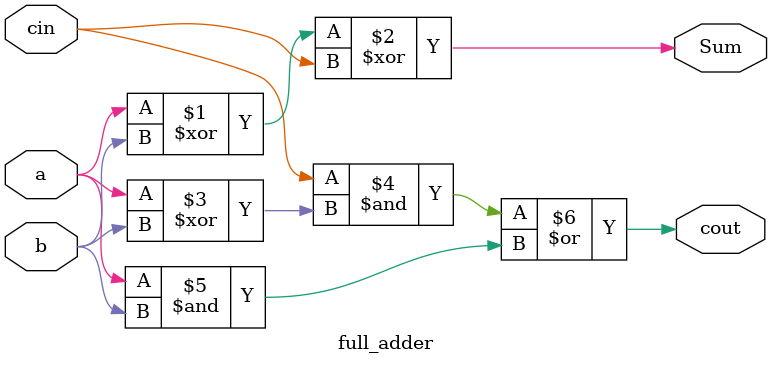
<source format=sv>
module full_adder (
    input logic a, b, cin,
    output logic Sum, cout
);
    assign Sum = (a ^ b) ^ cin;
    assign cout = (cin & (a ^ b)) | (a & b);
endmodule


//Basado de https://circuitfever.com/full-adder-verilog-code
</source>
